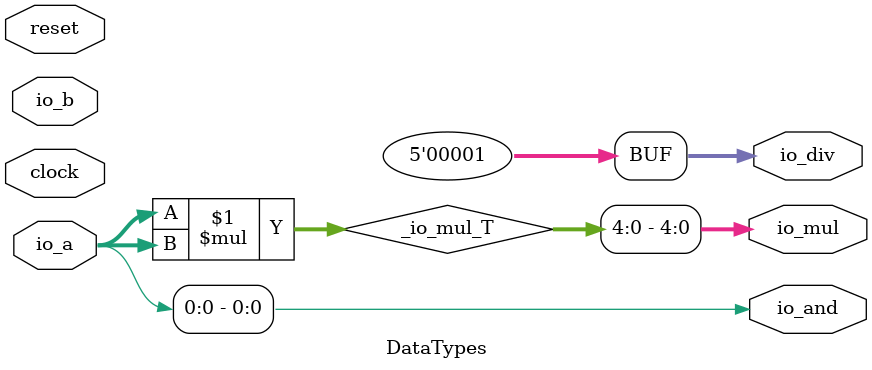
<source format=v>
module DataTypes(
  input        clock,
  input        reset,
  input  [4:0] io_a,
  input  [4:0] io_b,
  output [4:0] io_div,
  output [4:0] io_mul,
  output       io_and
);
  wire [9:0] _io_mul_T = io_a * io_a; // @[DataTypes.scala 19:22]
  wire  _T_1 = ~reset; // @[DataTypes.scala 22:11]
  assign io_div = 5'h1; // @[DataTypes.scala 18:22]
  assign io_mul = _io_mul_T[4:0]; // @[DataTypes.scala 19:12]
  assign io_and = io_a[0]; // @[DataTypes.scala 20:12]
  always @(posedge clock) begin
    `ifndef SYNTHESIS
    `ifdef PRINTF_COND
      if (`PRINTF_COND) begin
    `endif
        if (~reset) begin
          $fwrite(32'h80000002,"Print during simulation: Input is %d\n",io_a); // @[DataTypes.scala 22:11]
        end
    `ifdef PRINTF_COND
      end
    `endif
    `endif // SYNTHESIS
    `ifndef SYNTHESIS
    `ifdef PRINTF_COND
      if (`PRINTF_COND) begin
    `endif
        if (_T_1) begin
          $fwrite(32'h80000002,
            "Print during simulation: IO is AnonymousBundle(a -> %d, b -> %d, div -> %d, mul -> %d, and -> %d)\n",io_a,
            io_b,io_div,io_mul,io_and); // @[DataTypes.scala 23:11]
        end
    `ifdef PRINTF_COND
      end
    `endif
    `endif // SYNTHESIS
  end
endmodule

</source>
